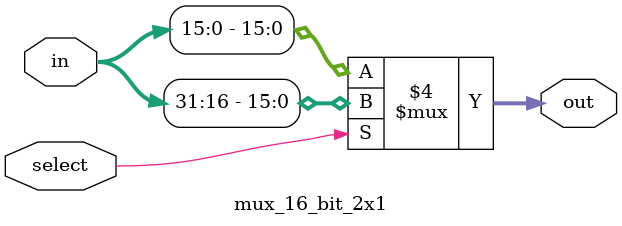
<source format=v>
module mux_16_bit_2x1(input [31:0]in,input select,output reg [15:0]out);

always @(*)
begin
	if(!select)begin
		out<=in[15:0];
	end
	else begin
		out <=in[31:16];
	end
end

endmodule
</source>
